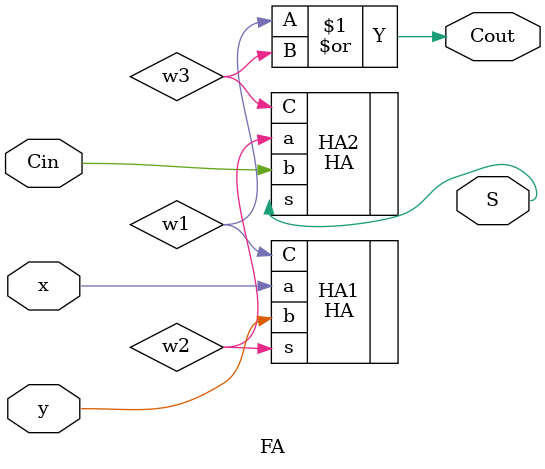
<source format=v>
`timescale 1ns / 1ps

module FA(
    input x,y,Cin,
    output Cout, S
);
wire w1, w2, w3;

HA HA1 (.a(x),.b(y),.C(w1),.s(w2));
HA HA2 (.a(w2),.b(Cin),.C(w3),.s(S));
assign Cout = w1|w3;    
endmodule

</source>
